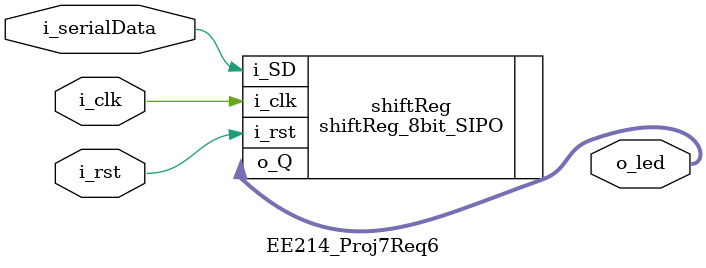
<source format=v>
`timescale 1ns / 1ps


module EE214_Proj7Req6(
    input i_serialData, // sw[0]
    input i_clk, i_rst, // i_rst = btn[1], i_clk = btn[0]
    output [7:0] o_led
);

wire o_clock;

// Instantiating the 8-bit SIPO shifter
shiftReg_8bit_SIPO shiftReg (
    .i_SD(i_serialData),
    .i_clk(i_clk),
    .i_rst(i_rst),

    .o_Q(o_led)
    
);

endmodule

</source>
